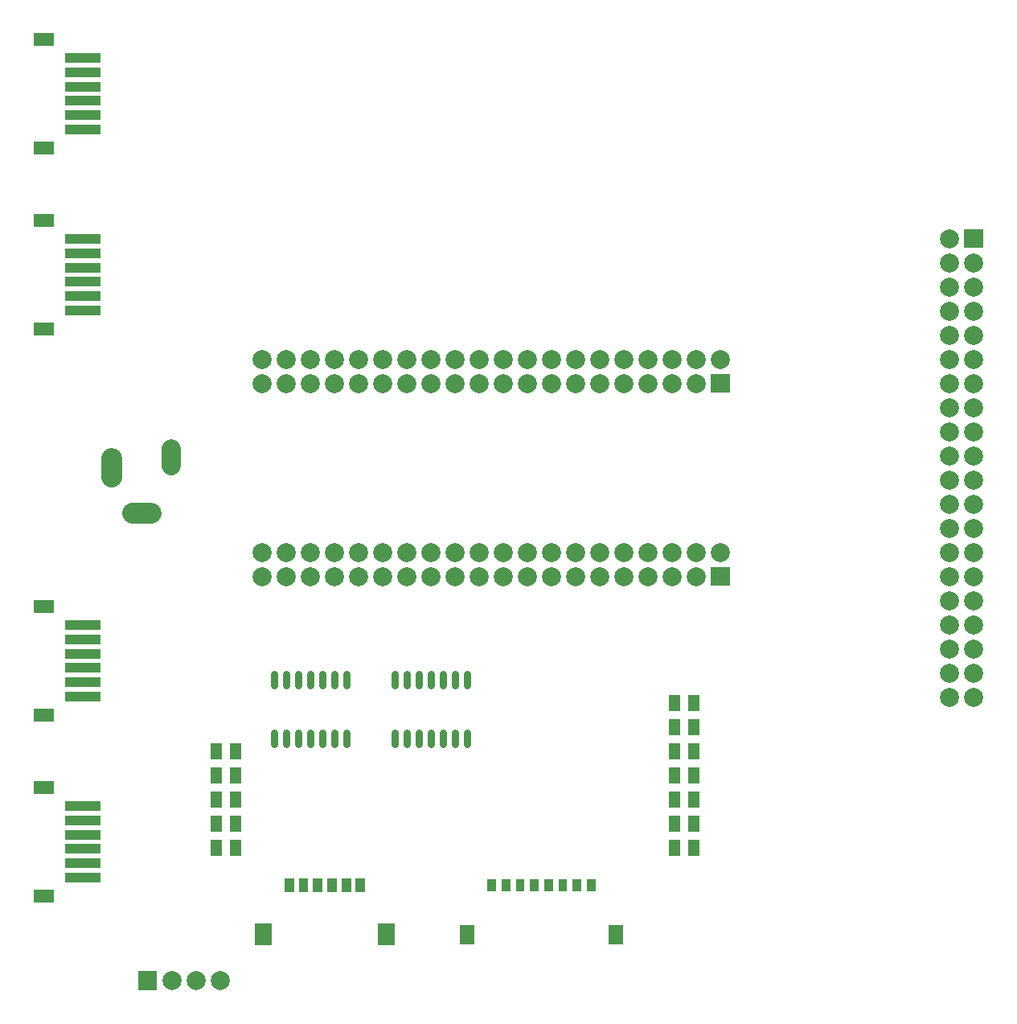
<source format=gbs>
G04 Layer: BottomSolderMaskLayer*
G04 EasyEDA v6.4.17, 2021-03-06T13:06:27--8:00*
G04 8048d1b9ce964284ad8fe1d85055880a,b5aacd518854429a9b9924e8a25dcfd8,10*
G04 Gerber Generator version 0.2*
G04 Scale: 100 percent, Rotated: No, Reflected: No *
G04 Dimensions in inches *
G04 leading zeros omitted , absolute positions ,3 integer and 6 decimal *
%FSLAX36Y36*%
%MOIN*%

%ADD44C,0.0867*%
%ADD45C,0.0789*%
%ADD47C,0.0789*%
%ADD56C,0.0316*%

%LPD*%
D56*
X1300000Y-1098427D02*
G01*
X1300000Y-1145671D01*
X1250000Y-1098427D02*
G01*
X1250000Y-1145671D01*
X1200000Y-1098427D02*
G01*
X1200000Y-1145671D01*
X1150000Y-1098427D02*
G01*
X1150000Y-1145671D01*
X1100000Y-1098427D02*
G01*
X1100000Y-1145671D01*
X1050000Y-1098427D02*
G01*
X1050000Y-1145671D01*
X1000000Y-1098427D02*
G01*
X1000000Y-1145671D01*
X1300000Y-854328D02*
G01*
X1300000Y-901572D01*
X1250000Y-854328D02*
G01*
X1250000Y-901572D01*
X1200000Y-854328D02*
G01*
X1200000Y-901572D01*
X1150000Y-854328D02*
G01*
X1150000Y-901572D01*
X1100000Y-854328D02*
G01*
X1100000Y-901572D01*
X1050000Y-854328D02*
G01*
X1050000Y-901572D01*
X1000000Y-854328D02*
G01*
X1000000Y-901572D01*
X1800000Y-1098427D02*
G01*
X1800000Y-1145671D01*
X1750000Y-1098427D02*
G01*
X1750000Y-1145671D01*
X1700000Y-1098427D02*
G01*
X1700000Y-1145671D01*
X1650000Y-1098427D02*
G01*
X1650000Y-1145671D01*
X1600000Y-1098427D02*
G01*
X1600000Y-1145671D01*
X1550000Y-1098427D02*
G01*
X1550000Y-1145671D01*
X1500000Y-1098427D02*
G01*
X1500000Y-1145671D01*
X1800000Y-854328D02*
G01*
X1800000Y-901572D01*
X1750000Y-854328D02*
G01*
X1750000Y-901572D01*
X1700000Y-854328D02*
G01*
X1700000Y-901572D01*
X1650000Y-854328D02*
G01*
X1650000Y-901572D01*
X1600000Y-854328D02*
G01*
X1600000Y-901572D01*
X1550000Y-854328D02*
G01*
X1550000Y-901572D01*
X1500000Y-854328D02*
G01*
X1500000Y-901572D01*
D44*
X325199Y39960D02*
G01*
X325199Y-38780D01*
X411810Y-188389D02*
G01*
X490549Y-188389D01*
D45*
X573229Y79329D02*
G01*
X573229Y8470D01*
G36*
X2297100Y-1755700D02*
G01*
X2297100Y-1704299D01*
X2332700Y-1704299D01*
X2332700Y-1755700D01*
G37*
G36*
X2238000Y-1755700D02*
G01*
X2238000Y-1704299D01*
X2273599Y-1704299D01*
X2273599Y-1755700D01*
G37*
G36*
X2119899Y-1755700D02*
G01*
X2119899Y-1704299D01*
X2155500Y-1704299D01*
X2155500Y-1755700D01*
G37*
G36*
X2178999Y-1755700D02*
G01*
X2178999Y-1704299D01*
X2214600Y-1704299D01*
X2214600Y-1755700D01*
G37*
G36*
X2060900Y-1755700D02*
G01*
X2060900Y-1704299D01*
X2096499Y-1704299D01*
X2096499Y-1755700D01*
G37*
G36*
X2001800Y-1755700D02*
G01*
X2001800Y-1704299D01*
X2037399Y-1704299D01*
X2037399Y-1755700D01*
G37*
G36*
X1942799Y-1755700D02*
G01*
X1942799Y-1704299D01*
X1978299Y-1704299D01*
X1978299Y-1755700D01*
G37*
G36*
X1883699Y-1755700D02*
G01*
X1883699Y-1704299D01*
X1919300Y-1704299D01*
X1919300Y-1755700D01*
G37*
G36*
X2387100Y-1976500D02*
G01*
X2387100Y-1893600D01*
X2446300Y-1893600D01*
X2446300Y-1976500D01*
G37*
G36*
X1770000Y-1976500D02*
G01*
X1770000Y-1893600D01*
X1829300Y-1893600D01*
X1829300Y-1976500D01*
G37*
G36*
X1337899Y-1756700D02*
G01*
X1337899Y-1701399D01*
X1377399Y-1701399D01*
X1377399Y-1756700D01*
G37*
G36*
X1278900Y-1756700D02*
G01*
X1278900Y-1701399D01*
X1318400Y-1701399D01*
X1318400Y-1756700D01*
G37*
G36*
X1160799Y-1756700D02*
G01*
X1160799Y-1701399D01*
X1200299Y-1701399D01*
X1200299Y-1756700D01*
G37*
G36*
X1219799Y-1757100D02*
G01*
X1219799Y-1700999D01*
X1259300Y-1700999D01*
X1259300Y-1757100D01*
G37*
G36*
X1101700Y-1756700D02*
G01*
X1101700Y-1701399D01*
X1141199Y-1701399D01*
X1141199Y-1756700D01*
G37*
G36*
X1042600Y-1756700D02*
G01*
X1042600Y-1701399D01*
X1082200Y-1701399D01*
X1082200Y-1756700D01*
G37*
G36*
X1428999Y-1979499D02*
G01*
X1428999Y-1888699D01*
X1500000Y-1888699D01*
X1500000Y-1979499D01*
G37*
G36*
X918599Y-1979499D02*
G01*
X918599Y-1888699D01*
X989600Y-1888699D01*
X989600Y-1979499D01*
G37*
G36*
X2636899Y-1009499D02*
G01*
X2636899Y-940500D01*
X2684300Y-940500D01*
X2684300Y-1009499D01*
G37*
G36*
X2715699Y-1009499D02*
G01*
X2715699Y-940500D01*
X2763100Y-940500D01*
X2763100Y-1009499D01*
G37*
G36*
X2636899Y-1109499D02*
G01*
X2636899Y-1040500D01*
X2684300Y-1040500D01*
X2684300Y-1109499D01*
G37*
G36*
X2715699Y-1109499D02*
G01*
X2715699Y-1040500D01*
X2763100Y-1040500D01*
X2763100Y-1109499D01*
G37*
G36*
X2636899Y-1209499D02*
G01*
X2636899Y-1140500D01*
X2684300Y-1140500D01*
X2684300Y-1209499D01*
G37*
G36*
X2715699Y-1209499D02*
G01*
X2715699Y-1140500D01*
X2763100Y-1140500D01*
X2763100Y-1209499D01*
G37*
G36*
X2636899Y-1309499D02*
G01*
X2636899Y-1240500D01*
X2684300Y-1240500D01*
X2684300Y-1309499D01*
G37*
G36*
X2715699Y-1309499D02*
G01*
X2715699Y-1240500D01*
X2763100Y-1240500D01*
X2763100Y-1309499D01*
G37*
G36*
X2636899Y-1409499D02*
G01*
X2636899Y-1340500D01*
X2684300Y-1340500D01*
X2684300Y-1409499D01*
G37*
G36*
X2715699Y-1409499D02*
G01*
X2715699Y-1340500D01*
X2763100Y-1340500D01*
X2763100Y-1409499D01*
G37*
G36*
X2636899Y-1509499D02*
G01*
X2636899Y-1440500D01*
X2684300Y-1440500D01*
X2684300Y-1509499D01*
G37*
G36*
X2715699Y-1509499D02*
G01*
X2715699Y-1440500D01*
X2763100Y-1440500D01*
X2763100Y-1509499D01*
G37*
G36*
X2636899Y-1609499D02*
G01*
X2636899Y-1540500D01*
X2684300Y-1540500D01*
X2684300Y-1609499D01*
G37*
G36*
X2715699Y-1609499D02*
G01*
X2715699Y-1540500D01*
X2763100Y-1540500D01*
X2763100Y-1609499D01*
G37*
G36*
X815699Y-1609499D02*
G01*
X815699Y-1540500D01*
X863100Y-1540500D01*
X863100Y-1609499D01*
G37*
G36*
X736900Y-1609499D02*
G01*
X736900Y-1540500D01*
X784300Y-1540500D01*
X784300Y-1609499D01*
G37*
G36*
X815699Y-1509499D02*
G01*
X815699Y-1440500D01*
X863100Y-1440500D01*
X863100Y-1509499D01*
G37*
G36*
X736900Y-1509499D02*
G01*
X736900Y-1440500D01*
X784300Y-1440500D01*
X784300Y-1509499D01*
G37*
G36*
X815699Y-1409499D02*
G01*
X815699Y-1340500D01*
X863100Y-1340500D01*
X863100Y-1409499D01*
G37*
G36*
X736900Y-1409499D02*
G01*
X736900Y-1340500D01*
X784300Y-1340500D01*
X784300Y-1409499D01*
G37*
G36*
X815699Y-1309499D02*
G01*
X815699Y-1240500D01*
X863100Y-1240500D01*
X863100Y-1309499D01*
G37*
G36*
X736900Y-1309499D02*
G01*
X736900Y-1240500D01*
X784300Y-1240500D01*
X784300Y-1309499D01*
G37*
G36*
X815699Y-1209499D02*
G01*
X815699Y-1140500D01*
X863100Y-1140500D01*
X863100Y-1209499D01*
G37*
G36*
X736900Y-1209499D02*
G01*
X736900Y-1140500D01*
X784300Y-1140500D01*
X784300Y-1209499D01*
G37*
G36*
X132800Y1677899D02*
G01*
X132800Y1717399D01*
X278600Y1717399D01*
X278600Y1677899D01*
G37*
G36*
X132800Y1618800D02*
G01*
X132800Y1658299D01*
X278600Y1658299D01*
X278600Y1618800D01*
G37*
G36*
X132800Y1559800D02*
G01*
X132800Y1599299D01*
X278600Y1599299D01*
X278600Y1559800D01*
G37*
G36*
X132800Y1500700D02*
G01*
X132800Y1540199D01*
X278600Y1540199D01*
X278600Y1500700D01*
G37*
G36*
X132800Y1441700D02*
G01*
X132800Y1481199D01*
X278600Y1481199D01*
X278600Y1441700D01*
G37*
G36*
X132800Y1382600D02*
G01*
X132800Y1422100D01*
X278600Y1422100D01*
X278600Y1382600D01*
G37*
G36*
X2899Y1748800D02*
G01*
X2899Y1800100D01*
X85700Y1800100D01*
X85700Y1748800D01*
G37*
G36*
X2899Y1299899D02*
G01*
X2899Y1351199D01*
X85700Y1351199D01*
X85700Y1299899D01*
G37*
G36*
X132800Y927899D02*
G01*
X132800Y967399D01*
X278600Y967399D01*
X278600Y927899D01*
G37*
G36*
X132800Y868800D02*
G01*
X132800Y908299D01*
X278600Y908299D01*
X278600Y868800D01*
G37*
G36*
X132800Y809800D02*
G01*
X132800Y849299D01*
X278600Y849299D01*
X278600Y809800D01*
G37*
G36*
X132800Y750700D02*
G01*
X132800Y790199D01*
X278600Y790199D01*
X278600Y750700D01*
G37*
G36*
X132800Y691700D02*
G01*
X132800Y731199D01*
X278600Y731199D01*
X278600Y691700D01*
G37*
G36*
X132800Y632600D02*
G01*
X132800Y672100D01*
X278600Y672100D01*
X278600Y632600D01*
G37*
G36*
X2899Y998800D02*
G01*
X2899Y1050100D01*
X85700Y1050100D01*
X85700Y998800D01*
G37*
G36*
X2899Y549899D02*
G01*
X2899Y601199D01*
X85700Y601199D01*
X85700Y549899D01*
G37*
G36*
X132800Y-672100D02*
G01*
X132800Y-632600D01*
X278600Y-632600D01*
X278600Y-672100D01*
G37*
G36*
X132800Y-731199D02*
G01*
X132800Y-691700D01*
X278600Y-691700D01*
X278600Y-731199D01*
G37*
G36*
X132800Y-790199D02*
G01*
X132800Y-750700D01*
X278600Y-750700D01*
X278600Y-790199D01*
G37*
G36*
X132800Y-849299D02*
G01*
X132800Y-809800D01*
X278600Y-809800D01*
X278600Y-849299D01*
G37*
G36*
X132800Y-908299D02*
G01*
X132800Y-868800D01*
X278600Y-868800D01*
X278600Y-908299D01*
G37*
G36*
X132800Y-967399D02*
G01*
X132800Y-927899D01*
X278600Y-927899D01*
X278600Y-967399D01*
G37*
G36*
X2899Y-601199D02*
G01*
X2899Y-549899D01*
X85700Y-549899D01*
X85700Y-601199D01*
G37*
G36*
X2899Y-1050100D02*
G01*
X2899Y-998800D01*
X85700Y-998800D01*
X85700Y-1050100D01*
G37*
G36*
X132800Y-1422100D02*
G01*
X132800Y-1382600D01*
X278600Y-1382600D01*
X278600Y-1422100D01*
G37*
G36*
X132800Y-1481199D02*
G01*
X132800Y-1441700D01*
X278600Y-1441700D01*
X278600Y-1481199D01*
G37*
G36*
X132800Y-1540199D02*
G01*
X132800Y-1500700D01*
X278600Y-1500700D01*
X278600Y-1540199D01*
G37*
G36*
X132800Y-1599299D02*
G01*
X132800Y-1559800D01*
X278600Y-1559800D01*
X278600Y-1599299D01*
G37*
G36*
X132800Y-1658299D02*
G01*
X132800Y-1618800D01*
X278600Y-1618800D01*
X278600Y-1658299D01*
G37*
G36*
X132800Y-1717399D02*
G01*
X132800Y-1677899D01*
X278600Y-1677899D01*
X278600Y-1717399D01*
G37*
G36*
X2899Y-1351199D02*
G01*
X2899Y-1299899D01*
X85700Y-1299899D01*
X85700Y-1351199D01*
G37*
G36*
X2899Y-1800100D02*
G01*
X2899Y-1748800D01*
X85700Y-1748800D01*
X85700Y-1800100D01*
G37*
G36*
X2810600Y310599D02*
G01*
X2810600Y389400D01*
X2889399Y389400D01*
X2889399Y310599D01*
G37*
D47*
G01*
X2850000Y450000D03*
G01*
X2750000Y350000D03*
G01*
X2750000Y450000D03*
G01*
X2650000Y350000D03*
G01*
X2650000Y450000D03*
G01*
X2550000Y350000D03*
G01*
X2550000Y450000D03*
G01*
X2450000Y350000D03*
G01*
X2450000Y450000D03*
G01*
X2350000Y350000D03*
G01*
X2350000Y450000D03*
G01*
X2250000Y350000D03*
G01*
X2250000Y450000D03*
G01*
X2150000Y350000D03*
G01*
X2150000Y450000D03*
G01*
X2050000Y350000D03*
G01*
X2050000Y450000D03*
G01*
X1950000Y350000D03*
G01*
X1950000Y450000D03*
G01*
X1850000Y350000D03*
G01*
X1850000Y450000D03*
G01*
X1750000Y350000D03*
G01*
X1750000Y450000D03*
G01*
X1650000Y350000D03*
G01*
X1650000Y450000D03*
G01*
X1550000Y350000D03*
G01*
X1550000Y450000D03*
G01*
X1450000Y350000D03*
G01*
X1450000Y450000D03*
G01*
X1350000Y350000D03*
G01*
X1350000Y450000D03*
G01*
X1250000Y350000D03*
G01*
X1250000Y450000D03*
G01*
X1150000Y350000D03*
G01*
X1150000Y450000D03*
G01*
X1050000Y350000D03*
G01*
X1050000Y450000D03*
G01*
X950000Y350000D03*
G01*
X950000Y450000D03*
G36*
X2810600Y-489400D02*
G01*
X2810600Y-410599D01*
X2889399Y-410599D01*
X2889399Y-489400D01*
G37*
G01*
X2850000Y-350000D03*
G01*
X2750000Y-450000D03*
G01*
X2750000Y-350000D03*
G01*
X2650000Y-450000D03*
G01*
X2650000Y-350000D03*
G01*
X2550000Y-450000D03*
G01*
X2550000Y-350000D03*
G01*
X2450000Y-450000D03*
G01*
X2450000Y-350000D03*
G01*
X2350000Y-450000D03*
G01*
X2350000Y-350000D03*
G01*
X2250000Y-450000D03*
G01*
X2250000Y-350000D03*
G01*
X2150000Y-450000D03*
G01*
X2150000Y-350000D03*
G01*
X2050000Y-450000D03*
G01*
X2050000Y-350000D03*
G01*
X1950000Y-450000D03*
G01*
X1950000Y-350000D03*
G01*
X1850000Y-450000D03*
G01*
X1850000Y-350000D03*
G01*
X1750000Y-450000D03*
G01*
X1750000Y-350000D03*
G01*
X1650000Y-450000D03*
G01*
X1650000Y-350000D03*
G01*
X1550000Y-450000D03*
G01*
X1550000Y-350000D03*
G01*
X1450000Y-450000D03*
G01*
X1450000Y-350000D03*
G01*
X1350000Y-450000D03*
G01*
X1350000Y-350000D03*
G01*
X1250000Y-450000D03*
G01*
X1250000Y-350000D03*
G01*
X1150000Y-450000D03*
G01*
X1150000Y-350000D03*
G01*
X1050000Y-450000D03*
G01*
X1050000Y-350000D03*
G01*
X950000Y-450000D03*
G01*
X950000Y-350000D03*
G36*
X3860600Y910599D02*
G01*
X3860600Y989400D01*
X3939399Y989400D01*
X3939399Y910599D01*
G37*
G01*
X3800000Y950000D03*
G01*
X3900000Y850000D03*
G01*
X3800000Y850000D03*
G01*
X3900000Y750000D03*
G01*
X3800000Y750000D03*
G01*
X3900000Y650000D03*
G01*
X3800000Y650000D03*
G01*
X3900000Y550000D03*
G01*
X3800000Y550000D03*
G01*
X3900000Y450000D03*
G01*
X3800000Y450000D03*
G01*
X3900000Y350000D03*
G01*
X3800000Y350000D03*
G01*
X3900000Y250000D03*
G01*
X3800000Y250000D03*
G01*
X3900000Y150000D03*
G01*
X3800000Y150000D03*
G01*
X3900000Y50000D03*
G01*
X3800000Y50000D03*
G01*
X3900000Y-50000D03*
G01*
X3800000Y-50000D03*
G01*
X3900000Y-150000D03*
G01*
X3800000Y-150000D03*
G01*
X3900000Y-250000D03*
G01*
X3800000Y-250000D03*
G01*
X3900000Y-350000D03*
G01*
X3800000Y-350000D03*
G01*
X3900000Y-450000D03*
G01*
X3800000Y-450000D03*
G01*
X3900000Y-550000D03*
G01*
X3800000Y-550000D03*
G01*
X3900000Y-650000D03*
G01*
X3800000Y-650000D03*
G01*
X3900000Y-750000D03*
G01*
X3800000Y-750000D03*
G01*
X3900000Y-850000D03*
G01*
X3800000Y-850000D03*
G01*
X3900000Y-950000D03*
G01*
X3800000Y-950000D03*
G36*
X435599Y-2164400D02*
G01*
X435599Y-2085599D01*
X514400Y-2085599D01*
X514400Y-2164400D01*
G37*
G01*
X575000Y-2125000D03*
G01*
X675000Y-2125000D03*
G01*
X775000Y-2125000D03*
M02*

</source>
